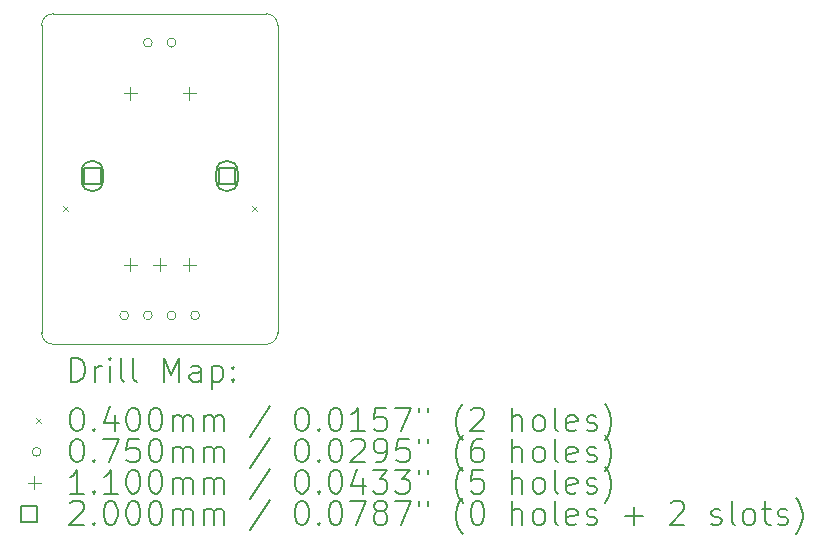
<source format=gbr>
%FSLAX45Y45*%
G04 Gerber Fmt 4.5, Leading zero omitted, Abs format (unit mm)*
G04 Created by KiCad (PCBNEW 6.0.0-rc2-1.20211220git160328a.fc35) date 2022-01-05 17:26:33*
%MOMM*%
%LPD*%
G01*
G04 APERTURE LIST*
%TA.AperFunction,Profile*%
%ADD10C,0.100000*%
%TD*%
%ADD11C,0.200000*%
%ADD12C,0.040000*%
%ADD13C,0.075000*%
%ADD14C,0.110000*%
G04 APERTURE END LIST*
D10*
X14400000Y-12800000D02*
X14400000Y-10200000D01*
X12500000Y-12900000D02*
X14300000Y-12900000D01*
X12400000Y-10200000D02*
X12400000Y-12800000D01*
X14300000Y-10100000D02*
X12500000Y-10100000D01*
X12400000Y-12800000D02*
G75*
G03*
X12500000Y-12900000I100000J0D01*
G01*
X14300000Y-12900000D02*
G75*
G03*
X14400000Y-12800000I0J100000D01*
G01*
X14400000Y-10200000D02*
G75*
G03*
X14300000Y-10100000I-100000J0D01*
G01*
X12500000Y-10100000D02*
G75*
G03*
X12400000Y-10200000I0J-100000D01*
G01*
D11*
D12*
X12580000Y-11730000D02*
X12620000Y-11770000D01*
X12620000Y-11730000D02*
X12580000Y-11770000D01*
X14180000Y-11730000D02*
X14220000Y-11770000D01*
X14220000Y-11730000D02*
X14180000Y-11770000D01*
D13*
X13137500Y-12655000D02*
G75*
G03*
X13137500Y-12655000I-37500J0D01*
G01*
X13337500Y-10345000D02*
G75*
G03*
X13337500Y-10345000I-37500J0D01*
G01*
X13337500Y-12655000D02*
G75*
G03*
X13337500Y-12655000I-37500J0D01*
G01*
X13537500Y-10345000D02*
G75*
G03*
X13537500Y-10345000I-37500J0D01*
G01*
X13537500Y-12655000D02*
G75*
G03*
X13537500Y-12655000I-37500J0D01*
G01*
X13737500Y-12655000D02*
G75*
G03*
X13737500Y-12655000I-37500J0D01*
G01*
D14*
X13150000Y-10720000D02*
X13150000Y-10830000D01*
X13095000Y-10775000D02*
X13205000Y-10775000D01*
X13150000Y-12170000D02*
X13150000Y-12280000D01*
X13095000Y-12225000D02*
X13205000Y-12225000D01*
X13400000Y-12170000D02*
X13400000Y-12280000D01*
X13345000Y-12225000D02*
X13455000Y-12225000D01*
X13650000Y-10720000D02*
X13650000Y-10830000D01*
X13595000Y-10775000D02*
X13705000Y-10775000D01*
X13650000Y-12170000D02*
X13650000Y-12280000D01*
X13595000Y-12225000D02*
X13705000Y-12225000D01*
D11*
X12900711Y-11545711D02*
X12900711Y-11404289D01*
X12759289Y-11404289D01*
X12759289Y-11545711D01*
X12900711Y-11545711D01*
X12920000Y-11515000D02*
X12920000Y-11435000D01*
X12740000Y-11515000D02*
X12740000Y-11435000D01*
X12920000Y-11435000D02*
G75*
G03*
X12740000Y-11435000I-90000J0D01*
G01*
X12740000Y-11515000D02*
G75*
G03*
X12920000Y-11515000I90000J0D01*
G01*
X14040711Y-11545711D02*
X14040711Y-11404289D01*
X13899289Y-11404289D01*
X13899289Y-11545711D01*
X14040711Y-11545711D01*
X14060000Y-11515000D02*
X14060000Y-11435000D01*
X13880000Y-11515000D02*
X13880000Y-11435000D01*
X14060000Y-11435000D02*
G75*
G03*
X13880000Y-11435000I-90000J0D01*
G01*
X13880000Y-11515000D02*
G75*
G03*
X14060000Y-11515000I90000J0D01*
G01*
X12652619Y-13215476D02*
X12652619Y-13015476D01*
X12700238Y-13015476D01*
X12728809Y-13025000D01*
X12747857Y-13044048D01*
X12757381Y-13063095D01*
X12766905Y-13101190D01*
X12766905Y-13129762D01*
X12757381Y-13167857D01*
X12747857Y-13186905D01*
X12728809Y-13205952D01*
X12700238Y-13215476D01*
X12652619Y-13215476D01*
X12852619Y-13215476D02*
X12852619Y-13082143D01*
X12852619Y-13120238D02*
X12862143Y-13101190D01*
X12871667Y-13091667D01*
X12890714Y-13082143D01*
X12909762Y-13082143D01*
X12976428Y-13215476D02*
X12976428Y-13082143D01*
X12976428Y-13015476D02*
X12966905Y-13025000D01*
X12976428Y-13034524D01*
X12985952Y-13025000D01*
X12976428Y-13015476D01*
X12976428Y-13034524D01*
X13100238Y-13215476D02*
X13081190Y-13205952D01*
X13071667Y-13186905D01*
X13071667Y-13015476D01*
X13205000Y-13215476D02*
X13185952Y-13205952D01*
X13176428Y-13186905D01*
X13176428Y-13015476D01*
X13433571Y-13215476D02*
X13433571Y-13015476D01*
X13500238Y-13158333D01*
X13566905Y-13015476D01*
X13566905Y-13215476D01*
X13747857Y-13215476D02*
X13747857Y-13110714D01*
X13738333Y-13091667D01*
X13719286Y-13082143D01*
X13681190Y-13082143D01*
X13662143Y-13091667D01*
X13747857Y-13205952D02*
X13728809Y-13215476D01*
X13681190Y-13215476D01*
X13662143Y-13205952D01*
X13652619Y-13186905D01*
X13652619Y-13167857D01*
X13662143Y-13148809D01*
X13681190Y-13139286D01*
X13728809Y-13139286D01*
X13747857Y-13129762D01*
X13843095Y-13082143D02*
X13843095Y-13282143D01*
X13843095Y-13091667D02*
X13862143Y-13082143D01*
X13900238Y-13082143D01*
X13919286Y-13091667D01*
X13928809Y-13101190D01*
X13938333Y-13120238D01*
X13938333Y-13177381D01*
X13928809Y-13196428D01*
X13919286Y-13205952D01*
X13900238Y-13215476D01*
X13862143Y-13215476D01*
X13843095Y-13205952D01*
X14024048Y-13196428D02*
X14033571Y-13205952D01*
X14024048Y-13215476D01*
X14014524Y-13205952D01*
X14024048Y-13196428D01*
X14024048Y-13215476D01*
X14024048Y-13091667D02*
X14033571Y-13101190D01*
X14024048Y-13110714D01*
X14014524Y-13101190D01*
X14024048Y-13091667D01*
X14024048Y-13110714D01*
D12*
X12355000Y-13525000D02*
X12395000Y-13565000D01*
X12395000Y-13525000D02*
X12355000Y-13565000D01*
D11*
X12690714Y-13435476D02*
X12709762Y-13435476D01*
X12728809Y-13445000D01*
X12738333Y-13454524D01*
X12747857Y-13473571D01*
X12757381Y-13511667D01*
X12757381Y-13559286D01*
X12747857Y-13597381D01*
X12738333Y-13616428D01*
X12728809Y-13625952D01*
X12709762Y-13635476D01*
X12690714Y-13635476D01*
X12671667Y-13625952D01*
X12662143Y-13616428D01*
X12652619Y-13597381D01*
X12643095Y-13559286D01*
X12643095Y-13511667D01*
X12652619Y-13473571D01*
X12662143Y-13454524D01*
X12671667Y-13445000D01*
X12690714Y-13435476D01*
X12843095Y-13616428D02*
X12852619Y-13625952D01*
X12843095Y-13635476D01*
X12833571Y-13625952D01*
X12843095Y-13616428D01*
X12843095Y-13635476D01*
X13024048Y-13502143D02*
X13024048Y-13635476D01*
X12976428Y-13425952D02*
X12928809Y-13568809D01*
X13052619Y-13568809D01*
X13166905Y-13435476D02*
X13185952Y-13435476D01*
X13205000Y-13445000D01*
X13214524Y-13454524D01*
X13224048Y-13473571D01*
X13233571Y-13511667D01*
X13233571Y-13559286D01*
X13224048Y-13597381D01*
X13214524Y-13616428D01*
X13205000Y-13625952D01*
X13185952Y-13635476D01*
X13166905Y-13635476D01*
X13147857Y-13625952D01*
X13138333Y-13616428D01*
X13128809Y-13597381D01*
X13119286Y-13559286D01*
X13119286Y-13511667D01*
X13128809Y-13473571D01*
X13138333Y-13454524D01*
X13147857Y-13445000D01*
X13166905Y-13435476D01*
X13357381Y-13435476D02*
X13376428Y-13435476D01*
X13395476Y-13445000D01*
X13405000Y-13454524D01*
X13414524Y-13473571D01*
X13424048Y-13511667D01*
X13424048Y-13559286D01*
X13414524Y-13597381D01*
X13405000Y-13616428D01*
X13395476Y-13625952D01*
X13376428Y-13635476D01*
X13357381Y-13635476D01*
X13338333Y-13625952D01*
X13328809Y-13616428D01*
X13319286Y-13597381D01*
X13309762Y-13559286D01*
X13309762Y-13511667D01*
X13319286Y-13473571D01*
X13328809Y-13454524D01*
X13338333Y-13445000D01*
X13357381Y-13435476D01*
X13509762Y-13635476D02*
X13509762Y-13502143D01*
X13509762Y-13521190D02*
X13519286Y-13511667D01*
X13538333Y-13502143D01*
X13566905Y-13502143D01*
X13585952Y-13511667D01*
X13595476Y-13530714D01*
X13595476Y-13635476D01*
X13595476Y-13530714D02*
X13605000Y-13511667D01*
X13624048Y-13502143D01*
X13652619Y-13502143D01*
X13671667Y-13511667D01*
X13681190Y-13530714D01*
X13681190Y-13635476D01*
X13776428Y-13635476D02*
X13776428Y-13502143D01*
X13776428Y-13521190D02*
X13785952Y-13511667D01*
X13805000Y-13502143D01*
X13833571Y-13502143D01*
X13852619Y-13511667D01*
X13862143Y-13530714D01*
X13862143Y-13635476D01*
X13862143Y-13530714D02*
X13871667Y-13511667D01*
X13890714Y-13502143D01*
X13919286Y-13502143D01*
X13938333Y-13511667D01*
X13947857Y-13530714D01*
X13947857Y-13635476D01*
X14338333Y-13425952D02*
X14166905Y-13683095D01*
X14595476Y-13435476D02*
X14614524Y-13435476D01*
X14633571Y-13445000D01*
X14643095Y-13454524D01*
X14652619Y-13473571D01*
X14662143Y-13511667D01*
X14662143Y-13559286D01*
X14652619Y-13597381D01*
X14643095Y-13616428D01*
X14633571Y-13625952D01*
X14614524Y-13635476D01*
X14595476Y-13635476D01*
X14576428Y-13625952D01*
X14566905Y-13616428D01*
X14557381Y-13597381D01*
X14547857Y-13559286D01*
X14547857Y-13511667D01*
X14557381Y-13473571D01*
X14566905Y-13454524D01*
X14576428Y-13445000D01*
X14595476Y-13435476D01*
X14747857Y-13616428D02*
X14757381Y-13625952D01*
X14747857Y-13635476D01*
X14738333Y-13625952D01*
X14747857Y-13616428D01*
X14747857Y-13635476D01*
X14881190Y-13435476D02*
X14900238Y-13435476D01*
X14919286Y-13445000D01*
X14928809Y-13454524D01*
X14938333Y-13473571D01*
X14947857Y-13511667D01*
X14947857Y-13559286D01*
X14938333Y-13597381D01*
X14928809Y-13616428D01*
X14919286Y-13625952D01*
X14900238Y-13635476D01*
X14881190Y-13635476D01*
X14862143Y-13625952D01*
X14852619Y-13616428D01*
X14843095Y-13597381D01*
X14833571Y-13559286D01*
X14833571Y-13511667D01*
X14843095Y-13473571D01*
X14852619Y-13454524D01*
X14862143Y-13445000D01*
X14881190Y-13435476D01*
X15138333Y-13635476D02*
X15024048Y-13635476D01*
X15081190Y-13635476D02*
X15081190Y-13435476D01*
X15062143Y-13464048D01*
X15043095Y-13483095D01*
X15024048Y-13492619D01*
X15319286Y-13435476D02*
X15224048Y-13435476D01*
X15214524Y-13530714D01*
X15224048Y-13521190D01*
X15243095Y-13511667D01*
X15290714Y-13511667D01*
X15309762Y-13521190D01*
X15319286Y-13530714D01*
X15328809Y-13549762D01*
X15328809Y-13597381D01*
X15319286Y-13616428D01*
X15309762Y-13625952D01*
X15290714Y-13635476D01*
X15243095Y-13635476D01*
X15224048Y-13625952D01*
X15214524Y-13616428D01*
X15395476Y-13435476D02*
X15528809Y-13435476D01*
X15443095Y-13635476D01*
X15595476Y-13435476D02*
X15595476Y-13473571D01*
X15671667Y-13435476D02*
X15671667Y-13473571D01*
X15966905Y-13711667D02*
X15957381Y-13702143D01*
X15938333Y-13673571D01*
X15928809Y-13654524D01*
X15919286Y-13625952D01*
X15909762Y-13578333D01*
X15909762Y-13540238D01*
X15919286Y-13492619D01*
X15928809Y-13464048D01*
X15938333Y-13445000D01*
X15957381Y-13416428D01*
X15966905Y-13406905D01*
X16033571Y-13454524D02*
X16043095Y-13445000D01*
X16062143Y-13435476D01*
X16109762Y-13435476D01*
X16128809Y-13445000D01*
X16138333Y-13454524D01*
X16147857Y-13473571D01*
X16147857Y-13492619D01*
X16138333Y-13521190D01*
X16024048Y-13635476D01*
X16147857Y-13635476D01*
X16385952Y-13635476D02*
X16385952Y-13435476D01*
X16471667Y-13635476D02*
X16471667Y-13530714D01*
X16462143Y-13511667D01*
X16443095Y-13502143D01*
X16414524Y-13502143D01*
X16395476Y-13511667D01*
X16385952Y-13521190D01*
X16595476Y-13635476D02*
X16576428Y-13625952D01*
X16566905Y-13616428D01*
X16557381Y-13597381D01*
X16557381Y-13540238D01*
X16566905Y-13521190D01*
X16576428Y-13511667D01*
X16595476Y-13502143D01*
X16624048Y-13502143D01*
X16643095Y-13511667D01*
X16652619Y-13521190D01*
X16662143Y-13540238D01*
X16662143Y-13597381D01*
X16652619Y-13616428D01*
X16643095Y-13625952D01*
X16624048Y-13635476D01*
X16595476Y-13635476D01*
X16776428Y-13635476D02*
X16757381Y-13625952D01*
X16747857Y-13606905D01*
X16747857Y-13435476D01*
X16928810Y-13625952D02*
X16909762Y-13635476D01*
X16871667Y-13635476D01*
X16852619Y-13625952D01*
X16843095Y-13606905D01*
X16843095Y-13530714D01*
X16852619Y-13511667D01*
X16871667Y-13502143D01*
X16909762Y-13502143D01*
X16928810Y-13511667D01*
X16938333Y-13530714D01*
X16938333Y-13549762D01*
X16843095Y-13568809D01*
X17014524Y-13625952D02*
X17033571Y-13635476D01*
X17071667Y-13635476D01*
X17090714Y-13625952D01*
X17100238Y-13606905D01*
X17100238Y-13597381D01*
X17090714Y-13578333D01*
X17071667Y-13568809D01*
X17043095Y-13568809D01*
X17024048Y-13559286D01*
X17014524Y-13540238D01*
X17014524Y-13530714D01*
X17024048Y-13511667D01*
X17043095Y-13502143D01*
X17071667Y-13502143D01*
X17090714Y-13511667D01*
X17166905Y-13711667D02*
X17176429Y-13702143D01*
X17195476Y-13673571D01*
X17205000Y-13654524D01*
X17214524Y-13625952D01*
X17224048Y-13578333D01*
X17224048Y-13540238D01*
X17214524Y-13492619D01*
X17205000Y-13464048D01*
X17195476Y-13445000D01*
X17176429Y-13416428D01*
X17166905Y-13406905D01*
D13*
X12395000Y-13809000D02*
G75*
G03*
X12395000Y-13809000I-37500J0D01*
G01*
D11*
X12690714Y-13699476D02*
X12709762Y-13699476D01*
X12728809Y-13709000D01*
X12738333Y-13718524D01*
X12747857Y-13737571D01*
X12757381Y-13775667D01*
X12757381Y-13823286D01*
X12747857Y-13861381D01*
X12738333Y-13880428D01*
X12728809Y-13889952D01*
X12709762Y-13899476D01*
X12690714Y-13899476D01*
X12671667Y-13889952D01*
X12662143Y-13880428D01*
X12652619Y-13861381D01*
X12643095Y-13823286D01*
X12643095Y-13775667D01*
X12652619Y-13737571D01*
X12662143Y-13718524D01*
X12671667Y-13709000D01*
X12690714Y-13699476D01*
X12843095Y-13880428D02*
X12852619Y-13889952D01*
X12843095Y-13899476D01*
X12833571Y-13889952D01*
X12843095Y-13880428D01*
X12843095Y-13899476D01*
X12919286Y-13699476D02*
X13052619Y-13699476D01*
X12966905Y-13899476D01*
X13224048Y-13699476D02*
X13128809Y-13699476D01*
X13119286Y-13794714D01*
X13128809Y-13785190D01*
X13147857Y-13775667D01*
X13195476Y-13775667D01*
X13214524Y-13785190D01*
X13224048Y-13794714D01*
X13233571Y-13813762D01*
X13233571Y-13861381D01*
X13224048Y-13880428D01*
X13214524Y-13889952D01*
X13195476Y-13899476D01*
X13147857Y-13899476D01*
X13128809Y-13889952D01*
X13119286Y-13880428D01*
X13357381Y-13699476D02*
X13376428Y-13699476D01*
X13395476Y-13709000D01*
X13405000Y-13718524D01*
X13414524Y-13737571D01*
X13424048Y-13775667D01*
X13424048Y-13823286D01*
X13414524Y-13861381D01*
X13405000Y-13880428D01*
X13395476Y-13889952D01*
X13376428Y-13899476D01*
X13357381Y-13899476D01*
X13338333Y-13889952D01*
X13328809Y-13880428D01*
X13319286Y-13861381D01*
X13309762Y-13823286D01*
X13309762Y-13775667D01*
X13319286Y-13737571D01*
X13328809Y-13718524D01*
X13338333Y-13709000D01*
X13357381Y-13699476D01*
X13509762Y-13899476D02*
X13509762Y-13766143D01*
X13509762Y-13785190D02*
X13519286Y-13775667D01*
X13538333Y-13766143D01*
X13566905Y-13766143D01*
X13585952Y-13775667D01*
X13595476Y-13794714D01*
X13595476Y-13899476D01*
X13595476Y-13794714D02*
X13605000Y-13775667D01*
X13624048Y-13766143D01*
X13652619Y-13766143D01*
X13671667Y-13775667D01*
X13681190Y-13794714D01*
X13681190Y-13899476D01*
X13776428Y-13899476D02*
X13776428Y-13766143D01*
X13776428Y-13785190D02*
X13785952Y-13775667D01*
X13805000Y-13766143D01*
X13833571Y-13766143D01*
X13852619Y-13775667D01*
X13862143Y-13794714D01*
X13862143Y-13899476D01*
X13862143Y-13794714D02*
X13871667Y-13775667D01*
X13890714Y-13766143D01*
X13919286Y-13766143D01*
X13938333Y-13775667D01*
X13947857Y-13794714D01*
X13947857Y-13899476D01*
X14338333Y-13689952D02*
X14166905Y-13947095D01*
X14595476Y-13699476D02*
X14614524Y-13699476D01*
X14633571Y-13709000D01*
X14643095Y-13718524D01*
X14652619Y-13737571D01*
X14662143Y-13775667D01*
X14662143Y-13823286D01*
X14652619Y-13861381D01*
X14643095Y-13880428D01*
X14633571Y-13889952D01*
X14614524Y-13899476D01*
X14595476Y-13899476D01*
X14576428Y-13889952D01*
X14566905Y-13880428D01*
X14557381Y-13861381D01*
X14547857Y-13823286D01*
X14547857Y-13775667D01*
X14557381Y-13737571D01*
X14566905Y-13718524D01*
X14576428Y-13709000D01*
X14595476Y-13699476D01*
X14747857Y-13880428D02*
X14757381Y-13889952D01*
X14747857Y-13899476D01*
X14738333Y-13889952D01*
X14747857Y-13880428D01*
X14747857Y-13899476D01*
X14881190Y-13699476D02*
X14900238Y-13699476D01*
X14919286Y-13709000D01*
X14928809Y-13718524D01*
X14938333Y-13737571D01*
X14947857Y-13775667D01*
X14947857Y-13823286D01*
X14938333Y-13861381D01*
X14928809Y-13880428D01*
X14919286Y-13889952D01*
X14900238Y-13899476D01*
X14881190Y-13899476D01*
X14862143Y-13889952D01*
X14852619Y-13880428D01*
X14843095Y-13861381D01*
X14833571Y-13823286D01*
X14833571Y-13775667D01*
X14843095Y-13737571D01*
X14852619Y-13718524D01*
X14862143Y-13709000D01*
X14881190Y-13699476D01*
X15024048Y-13718524D02*
X15033571Y-13709000D01*
X15052619Y-13699476D01*
X15100238Y-13699476D01*
X15119286Y-13709000D01*
X15128809Y-13718524D01*
X15138333Y-13737571D01*
X15138333Y-13756619D01*
X15128809Y-13785190D01*
X15014524Y-13899476D01*
X15138333Y-13899476D01*
X15233571Y-13899476D02*
X15271667Y-13899476D01*
X15290714Y-13889952D01*
X15300238Y-13880428D01*
X15319286Y-13851857D01*
X15328809Y-13813762D01*
X15328809Y-13737571D01*
X15319286Y-13718524D01*
X15309762Y-13709000D01*
X15290714Y-13699476D01*
X15252619Y-13699476D01*
X15233571Y-13709000D01*
X15224048Y-13718524D01*
X15214524Y-13737571D01*
X15214524Y-13785190D01*
X15224048Y-13804238D01*
X15233571Y-13813762D01*
X15252619Y-13823286D01*
X15290714Y-13823286D01*
X15309762Y-13813762D01*
X15319286Y-13804238D01*
X15328809Y-13785190D01*
X15509762Y-13699476D02*
X15414524Y-13699476D01*
X15405000Y-13794714D01*
X15414524Y-13785190D01*
X15433571Y-13775667D01*
X15481190Y-13775667D01*
X15500238Y-13785190D01*
X15509762Y-13794714D01*
X15519286Y-13813762D01*
X15519286Y-13861381D01*
X15509762Y-13880428D01*
X15500238Y-13889952D01*
X15481190Y-13899476D01*
X15433571Y-13899476D01*
X15414524Y-13889952D01*
X15405000Y-13880428D01*
X15595476Y-13699476D02*
X15595476Y-13737571D01*
X15671667Y-13699476D02*
X15671667Y-13737571D01*
X15966905Y-13975667D02*
X15957381Y-13966143D01*
X15938333Y-13937571D01*
X15928809Y-13918524D01*
X15919286Y-13889952D01*
X15909762Y-13842333D01*
X15909762Y-13804238D01*
X15919286Y-13756619D01*
X15928809Y-13728048D01*
X15938333Y-13709000D01*
X15957381Y-13680428D01*
X15966905Y-13670905D01*
X16128809Y-13699476D02*
X16090714Y-13699476D01*
X16071667Y-13709000D01*
X16062143Y-13718524D01*
X16043095Y-13747095D01*
X16033571Y-13785190D01*
X16033571Y-13861381D01*
X16043095Y-13880428D01*
X16052619Y-13889952D01*
X16071667Y-13899476D01*
X16109762Y-13899476D01*
X16128809Y-13889952D01*
X16138333Y-13880428D01*
X16147857Y-13861381D01*
X16147857Y-13813762D01*
X16138333Y-13794714D01*
X16128809Y-13785190D01*
X16109762Y-13775667D01*
X16071667Y-13775667D01*
X16052619Y-13785190D01*
X16043095Y-13794714D01*
X16033571Y-13813762D01*
X16385952Y-13899476D02*
X16385952Y-13699476D01*
X16471667Y-13899476D02*
X16471667Y-13794714D01*
X16462143Y-13775667D01*
X16443095Y-13766143D01*
X16414524Y-13766143D01*
X16395476Y-13775667D01*
X16385952Y-13785190D01*
X16595476Y-13899476D02*
X16576428Y-13889952D01*
X16566905Y-13880428D01*
X16557381Y-13861381D01*
X16557381Y-13804238D01*
X16566905Y-13785190D01*
X16576428Y-13775667D01*
X16595476Y-13766143D01*
X16624048Y-13766143D01*
X16643095Y-13775667D01*
X16652619Y-13785190D01*
X16662143Y-13804238D01*
X16662143Y-13861381D01*
X16652619Y-13880428D01*
X16643095Y-13889952D01*
X16624048Y-13899476D01*
X16595476Y-13899476D01*
X16776428Y-13899476D02*
X16757381Y-13889952D01*
X16747857Y-13870905D01*
X16747857Y-13699476D01*
X16928810Y-13889952D02*
X16909762Y-13899476D01*
X16871667Y-13899476D01*
X16852619Y-13889952D01*
X16843095Y-13870905D01*
X16843095Y-13794714D01*
X16852619Y-13775667D01*
X16871667Y-13766143D01*
X16909762Y-13766143D01*
X16928810Y-13775667D01*
X16938333Y-13794714D01*
X16938333Y-13813762D01*
X16843095Y-13832809D01*
X17014524Y-13889952D02*
X17033571Y-13899476D01*
X17071667Y-13899476D01*
X17090714Y-13889952D01*
X17100238Y-13870905D01*
X17100238Y-13861381D01*
X17090714Y-13842333D01*
X17071667Y-13832809D01*
X17043095Y-13832809D01*
X17024048Y-13823286D01*
X17014524Y-13804238D01*
X17014524Y-13794714D01*
X17024048Y-13775667D01*
X17043095Y-13766143D01*
X17071667Y-13766143D01*
X17090714Y-13775667D01*
X17166905Y-13975667D02*
X17176429Y-13966143D01*
X17195476Y-13937571D01*
X17205000Y-13918524D01*
X17214524Y-13889952D01*
X17224048Y-13842333D01*
X17224048Y-13804238D01*
X17214524Y-13756619D01*
X17205000Y-13728048D01*
X17195476Y-13709000D01*
X17176429Y-13680428D01*
X17166905Y-13670905D01*
D14*
X12340000Y-14018000D02*
X12340000Y-14128000D01*
X12285000Y-14073000D02*
X12395000Y-14073000D01*
D11*
X12757381Y-14163476D02*
X12643095Y-14163476D01*
X12700238Y-14163476D02*
X12700238Y-13963476D01*
X12681190Y-13992048D01*
X12662143Y-14011095D01*
X12643095Y-14020619D01*
X12843095Y-14144428D02*
X12852619Y-14153952D01*
X12843095Y-14163476D01*
X12833571Y-14153952D01*
X12843095Y-14144428D01*
X12843095Y-14163476D01*
X13043095Y-14163476D02*
X12928809Y-14163476D01*
X12985952Y-14163476D02*
X12985952Y-13963476D01*
X12966905Y-13992048D01*
X12947857Y-14011095D01*
X12928809Y-14020619D01*
X13166905Y-13963476D02*
X13185952Y-13963476D01*
X13205000Y-13973000D01*
X13214524Y-13982524D01*
X13224048Y-14001571D01*
X13233571Y-14039667D01*
X13233571Y-14087286D01*
X13224048Y-14125381D01*
X13214524Y-14144428D01*
X13205000Y-14153952D01*
X13185952Y-14163476D01*
X13166905Y-14163476D01*
X13147857Y-14153952D01*
X13138333Y-14144428D01*
X13128809Y-14125381D01*
X13119286Y-14087286D01*
X13119286Y-14039667D01*
X13128809Y-14001571D01*
X13138333Y-13982524D01*
X13147857Y-13973000D01*
X13166905Y-13963476D01*
X13357381Y-13963476D02*
X13376428Y-13963476D01*
X13395476Y-13973000D01*
X13405000Y-13982524D01*
X13414524Y-14001571D01*
X13424048Y-14039667D01*
X13424048Y-14087286D01*
X13414524Y-14125381D01*
X13405000Y-14144428D01*
X13395476Y-14153952D01*
X13376428Y-14163476D01*
X13357381Y-14163476D01*
X13338333Y-14153952D01*
X13328809Y-14144428D01*
X13319286Y-14125381D01*
X13309762Y-14087286D01*
X13309762Y-14039667D01*
X13319286Y-14001571D01*
X13328809Y-13982524D01*
X13338333Y-13973000D01*
X13357381Y-13963476D01*
X13509762Y-14163476D02*
X13509762Y-14030143D01*
X13509762Y-14049190D02*
X13519286Y-14039667D01*
X13538333Y-14030143D01*
X13566905Y-14030143D01*
X13585952Y-14039667D01*
X13595476Y-14058714D01*
X13595476Y-14163476D01*
X13595476Y-14058714D02*
X13605000Y-14039667D01*
X13624048Y-14030143D01*
X13652619Y-14030143D01*
X13671667Y-14039667D01*
X13681190Y-14058714D01*
X13681190Y-14163476D01*
X13776428Y-14163476D02*
X13776428Y-14030143D01*
X13776428Y-14049190D02*
X13785952Y-14039667D01*
X13805000Y-14030143D01*
X13833571Y-14030143D01*
X13852619Y-14039667D01*
X13862143Y-14058714D01*
X13862143Y-14163476D01*
X13862143Y-14058714D02*
X13871667Y-14039667D01*
X13890714Y-14030143D01*
X13919286Y-14030143D01*
X13938333Y-14039667D01*
X13947857Y-14058714D01*
X13947857Y-14163476D01*
X14338333Y-13953952D02*
X14166905Y-14211095D01*
X14595476Y-13963476D02*
X14614524Y-13963476D01*
X14633571Y-13973000D01*
X14643095Y-13982524D01*
X14652619Y-14001571D01*
X14662143Y-14039667D01*
X14662143Y-14087286D01*
X14652619Y-14125381D01*
X14643095Y-14144428D01*
X14633571Y-14153952D01*
X14614524Y-14163476D01*
X14595476Y-14163476D01*
X14576428Y-14153952D01*
X14566905Y-14144428D01*
X14557381Y-14125381D01*
X14547857Y-14087286D01*
X14547857Y-14039667D01*
X14557381Y-14001571D01*
X14566905Y-13982524D01*
X14576428Y-13973000D01*
X14595476Y-13963476D01*
X14747857Y-14144428D02*
X14757381Y-14153952D01*
X14747857Y-14163476D01*
X14738333Y-14153952D01*
X14747857Y-14144428D01*
X14747857Y-14163476D01*
X14881190Y-13963476D02*
X14900238Y-13963476D01*
X14919286Y-13973000D01*
X14928809Y-13982524D01*
X14938333Y-14001571D01*
X14947857Y-14039667D01*
X14947857Y-14087286D01*
X14938333Y-14125381D01*
X14928809Y-14144428D01*
X14919286Y-14153952D01*
X14900238Y-14163476D01*
X14881190Y-14163476D01*
X14862143Y-14153952D01*
X14852619Y-14144428D01*
X14843095Y-14125381D01*
X14833571Y-14087286D01*
X14833571Y-14039667D01*
X14843095Y-14001571D01*
X14852619Y-13982524D01*
X14862143Y-13973000D01*
X14881190Y-13963476D01*
X15119286Y-14030143D02*
X15119286Y-14163476D01*
X15071667Y-13953952D02*
X15024048Y-14096809D01*
X15147857Y-14096809D01*
X15205000Y-13963476D02*
X15328809Y-13963476D01*
X15262143Y-14039667D01*
X15290714Y-14039667D01*
X15309762Y-14049190D01*
X15319286Y-14058714D01*
X15328809Y-14077762D01*
X15328809Y-14125381D01*
X15319286Y-14144428D01*
X15309762Y-14153952D01*
X15290714Y-14163476D01*
X15233571Y-14163476D01*
X15214524Y-14153952D01*
X15205000Y-14144428D01*
X15395476Y-13963476D02*
X15519286Y-13963476D01*
X15452619Y-14039667D01*
X15481190Y-14039667D01*
X15500238Y-14049190D01*
X15509762Y-14058714D01*
X15519286Y-14077762D01*
X15519286Y-14125381D01*
X15509762Y-14144428D01*
X15500238Y-14153952D01*
X15481190Y-14163476D01*
X15424048Y-14163476D01*
X15405000Y-14153952D01*
X15395476Y-14144428D01*
X15595476Y-13963476D02*
X15595476Y-14001571D01*
X15671667Y-13963476D02*
X15671667Y-14001571D01*
X15966905Y-14239667D02*
X15957381Y-14230143D01*
X15938333Y-14201571D01*
X15928809Y-14182524D01*
X15919286Y-14153952D01*
X15909762Y-14106333D01*
X15909762Y-14068238D01*
X15919286Y-14020619D01*
X15928809Y-13992048D01*
X15938333Y-13973000D01*
X15957381Y-13944428D01*
X15966905Y-13934905D01*
X16138333Y-13963476D02*
X16043095Y-13963476D01*
X16033571Y-14058714D01*
X16043095Y-14049190D01*
X16062143Y-14039667D01*
X16109762Y-14039667D01*
X16128809Y-14049190D01*
X16138333Y-14058714D01*
X16147857Y-14077762D01*
X16147857Y-14125381D01*
X16138333Y-14144428D01*
X16128809Y-14153952D01*
X16109762Y-14163476D01*
X16062143Y-14163476D01*
X16043095Y-14153952D01*
X16033571Y-14144428D01*
X16385952Y-14163476D02*
X16385952Y-13963476D01*
X16471667Y-14163476D02*
X16471667Y-14058714D01*
X16462143Y-14039667D01*
X16443095Y-14030143D01*
X16414524Y-14030143D01*
X16395476Y-14039667D01*
X16385952Y-14049190D01*
X16595476Y-14163476D02*
X16576428Y-14153952D01*
X16566905Y-14144428D01*
X16557381Y-14125381D01*
X16557381Y-14068238D01*
X16566905Y-14049190D01*
X16576428Y-14039667D01*
X16595476Y-14030143D01*
X16624048Y-14030143D01*
X16643095Y-14039667D01*
X16652619Y-14049190D01*
X16662143Y-14068238D01*
X16662143Y-14125381D01*
X16652619Y-14144428D01*
X16643095Y-14153952D01*
X16624048Y-14163476D01*
X16595476Y-14163476D01*
X16776428Y-14163476D02*
X16757381Y-14153952D01*
X16747857Y-14134905D01*
X16747857Y-13963476D01*
X16928810Y-14153952D02*
X16909762Y-14163476D01*
X16871667Y-14163476D01*
X16852619Y-14153952D01*
X16843095Y-14134905D01*
X16843095Y-14058714D01*
X16852619Y-14039667D01*
X16871667Y-14030143D01*
X16909762Y-14030143D01*
X16928810Y-14039667D01*
X16938333Y-14058714D01*
X16938333Y-14077762D01*
X16843095Y-14096809D01*
X17014524Y-14153952D02*
X17033571Y-14163476D01*
X17071667Y-14163476D01*
X17090714Y-14153952D01*
X17100238Y-14134905D01*
X17100238Y-14125381D01*
X17090714Y-14106333D01*
X17071667Y-14096809D01*
X17043095Y-14096809D01*
X17024048Y-14087286D01*
X17014524Y-14068238D01*
X17014524Y-14058714D01*
X17024048Y-14039667D01*
X17043095Y-14030143D01*
X17071667Y-14030143D01*
X17090714Y-14039667D01*
X17166905Y-14239667D02*
X17176429Y-14230143D01*
X17195476Y-14201571D01*
X17205000Y-14182524D01*
X17214524Y-14153952D01*
X17224048Y-14106333D01*
X17224048Y-14068238D01*
X17214524Y-14020619D01*
X17205000Y-13992048D01*
X17195476Y-13973000D01*
X17176429Y-13944428D01*
X17166905Y-13934905D01*
X12365711Y-14407711D02*
X12365711Y-14266289D01*
X12224289Y-14266289D01*
X12224289Y-14407711D01*
X12365711Y-14407711D01*
X12643095Y-14246524D02*
X12652619Y-14237000D01*
X12671667Y-14227476D01*
X12719286Y-14227476D01*
X12738333Y-14237000D01*
X12747857Y-14246524D01*
X12757381Y-14265571D01*
X12757381Y-14284619D01*
X12747857Y-14313190D01*
X12633571Y-14427476D01*
X12757381Y-14427476D01*
X12843095Y-14408428D02*
X12852619Y-14417952D01*
X12843095Y-14427476D01*
X12833571Y-14417952D01*
X12843095Y-14408428D01*
X12843095Y-14427476D01*
X12976428Y-14227476D02*
X12995476Y-14227476D01*
X13014524Y-14237000D01*
X13024048Y-14246524D01*
X13033571Y-14265571D01*
X13043095Y-14303667D01*
X13043095Y-14351286D01*
X13033571Y-14389381D01*
X13024048Y-14408428D01*
X13014524Y-14417952D01*
X12995476Y-14427476D01*
X12976428Y-14427476D01*
X12957381Y-14417952D01*
X12947857Y-14408428D01*
X12938333Y-14389381D01*
X12928809Y-14351286D01*
X12928809Y-14303667D01*
X12938333Y-14265571D01*
X12947857Y-14246524D01*
X12957381Y-14237000D01*
X12976428Y-14227476D01*
X13166905Y-14227476D02*
X13185952Y-14227476D01*
X13205000Y-14237000D01*
X13214524Y-14246524D01*
X13224048Y-14265571D01*
X13233571Y-14303667D01*
X13233571Y-14351286D01*
X13224048Y-14389381D01*
X13214524Y-14408428D01*
X13205000Y-14417952D01*
X13185952Y-14427476D01*
X13166905Y-14427476D01*
X13147857Y-14417952D01*
X13138333Y-14408428D01*
X13128809Y-14389381D01*
X13119286Y-14351286D01*
X13119286Y-14303667D01*
X13128809Y-14265571D01*
X13138333Y-14246524D01*
X13147857Y-14237000D01*
X13166905Y-14227476D01*
X13357381Y-14227476D02*
X13376428Y-14227476D01*
X13395476Y-14237000D01*
X13405000Y-14246524D01*
X13414524Y-14265571D01*
X13424048Y-14303667D01*
X13424048Y-14351286D01*
X13414524Y-14389381D01*
X13405000Y-14408428D01*
X13395476Y-14417952D01*
X13376428Y-14427476D01*
X13357381Y-14427476D01*
X13338333Y-14417952D01*
X13328809Y-14408428D01*
X13319286Y-14389381D01*
X13309762Y-14351286D01*
X13309762Y-14303667D01*
X13319286Y-14265571D01*
X13328809Y-14246524D01*
X13338333Y-14237000D01*
X13357381Y-14227476D01*
X13509762Y-14427476D02*
X13509762Y-14294143D01*
X13509762Y-14313190D02*
X13519286Y-14303667D01*
X13538333Y-14294143D01*
X13566905Y-14294143D01*
X13585952Y-14303667D01*
X13595476Y-14322714D01*
X13595476Y-14427476D01*
X13595476Y-14322714D02*
X13605000Y-14303667D01*
X13624048Y-14294143D01*
X13652619Y-14294143D01*
X13671667Y-14303667D01*
X13681190Y-14322714D01*
X13681190Y-14427476D01*
X13776428Y-14427476D02*
X13776428Y-14294143D01*
X13776428Y-14313190D02*
X13785952Y-14303667D01*
X13805000Y-14294143D01*
X13833571Y-14294143D01*
X13852619Y-14303667D01*
X13862143Y-14322714D01*
X13862143Y-14427476D01*
X13862143Y-14322714D02*
X13871667Y-14303667D01*
X13890714Y-14294143D01*
X13919286Y-14294143D01*
X13938333Y-14303667D01*
X13947857Y-14322714D01*
X13947857Y-14427476D01*
X14338333Y-14217952D02*
X14166905Y-14475095D01*
X14595476Y-14227476D02*
X14614524Y-14227476D01*
X14633571Y-14237000D01*
X14643095Y-14246524D01*
X14652619Y-14265571D01*
X14662143Y-14303667D01*
X14662143Y-14351286D01*
X14652619Y-14389381D01*
X14643095Y-14408428D01*
X14633571Y-14417952D01*
X14614524Y-14427476D01*
X14595476Y-14427476D01*
X14576428Y-14417952D01*
X14566905Y-14408428D01*
X14557381Y-14389381D01*
X14547857Y-14351286D01*
X14547857Y-14303667D01*
X14557381Y-14265571D01*
X14566905Y-14246524D01*
X14576428Y-14237000D01*
X14595476Y-14227476D01*
X14747857Y-14408428D02*
X14757381Y-14417952D01*
X14747857Y-14427476D01*
X14738333Y-14417952D01*
X14747857Y-14408428D01*
X14747857Y-14427476D01*
X14881190Y-14227476D02*
X14900238Y-14227476D01*
X14919286Y-14237000D01*
X14928809Y-14246524D01*
X14938333Y-14265571D01*
X14947857Y-14303667D01*
X14947857Y-14351286D01*
X14938333Y-14389381D01*
X14928809Y-14408428D01*
X14919286Y-14417952D01*
X14900238Y-14427476D01*
X14881190Y-14427476D01*
X14862143Y-14417952D01*
X14852619Y-14408428D01*
X14843095Y-14389381D01*
X14833571Y-14351286D01*
X14833571Y-14303667D01*
X14843095Y-14265571D01*
X14852619Y-14246524D01*
X14862143Y-14237000D01*
X14881190Y-14227476D01*
X15014524Y-14227476D02*
X15147857Y-14227476D01*
X15062143Y-14427476D01*
X15252619Y-14313190D02*
X15233571Y-14303667D01*
X15224048Y-14294143D01*
X15214524Y-14275095D01*
X15214524Y-14265571D01*
X15224048Y-14246524D01*
X15233571Y-14237000D01*
X15252619Y-14227476D01*
X15290714Y-14227476D01*
X15309762Y-14237000D01*
X15319286Y-14246524D01*
X15328809Y-14265571D01*
X15328809Y-14275095D01*
X15319286Y-14294143D01*
X15309762Y-14303667D01*
X15290714Y-14313190D01*
X15252619Y-14313190D01*
X15233571Y-14322714D01*
X15224048Y-14332238D01*
X15214524Y-14351286D01*
X15214524Y-14389381D01*
X15224048Y-14408428D01*
X15233571Y-14417952D01*
X15252619Y-14427476D01*
X15290714Y-14427476D01*
X15309762Y-14417952D01*
X15319286Y-14408428D01*
X15328809Y-14389381D01*
X15328809Y-14351286D01*
X15319286Y-14332238D01*
X15309762Y-14322714D01*
X15290714Y-14313190D01*
X15395476Y-14227476D02*
X15528809Y-14227476D01*
X15443095Y-14427476D01*
X15595476Y-14227476D02*
X15595476Y-14265571D01*
X15671667Y-14227476D02*
X15671667Y-14265571D01*
X15966905Y-14503667D02*
X15957381Y-14494143D01*
X15938333Y-14465571D01*
X15928809Y-14446524D01*
X15919286Y-14417952D01*
X15909762Y-14370333D01*
X15909762Y-14332238D01*
X15919286Y-14284619D01*
X15928809Y-14256048D01*
X15938333Y-14237000D01*
X15957381Y-14208428D01*
X15966905Y-14198905D01*
X16081190Y-14227476D02*
X16100238Y-14227476D01*
X16119286Y-14237000D01*
X16128809Y-14246524D01*
X16138333Y-14265571D01*
X16147857Y-14303667D01*
X16147857Y-14351286D01*
X16138333Y-14389381D01*
X16128809Y-14408428D01*
X16119286Y-14417952D01*
X16100238Y-14427476D01*
X16081190Y-14427476D01*
X16062143Y-14417952D01*
X16052619Y-14408428D01*
X16043095Y-14389381D01*
X16033571Y-14351286D01*
X16033571Y-14303667D01*
X16043095Y-14265571D01*
X16052619Y-14246524D01*
X16062143Y-14237000D01*
X16081190Y-14227476D01*
X16385952Y-14427476D02*
X16385952Y-14227476D01*
X16471667Y-14427476D02*
X16471667Y-14322714D01*
X16462143Y-14303667D01*
X16443095Y-14294143D01*
X16414524Y-14294143D01*
X16395476Y-14303667D01*
X16385952Y-14313190D01*
X16595476Y-14427476D02*
X16576428Y-14417952D01*
X16566905Y-14408428D01*
X16557381Y-14389381D01*
X16557381Y-14332238D01*
X16566905Y-14313190D01*
X16576428Y-14303667D01*
X16595476Y-14294143D01*
X16624048Y-14294143D01*
X16643095Y-14303667D01*
X16652619Y-14313190D01*
X16662143Y-14332238D01*
X16662143Y-14389381D01*
X16652619Y-14408428D01*
X16643095Y-14417952D01*
X16624048Y-14427476D01*
X16595476Y-14427476D01*
X16776428Y-14427476D02*
X16757381Y-14417952D01*
X16747857Y-14398905D01*
X16747857Y-14227476D01*
X16928810Y-14417952D02*
X16909762Y-14427476D01*
X16871667Y-14427476D01*
X16852619Y-14417952D01*
X16843095Y-14398905D01*
X16843095Y-14322714D01*
X16852619Y-14303667D01*
X16871667Y-14294143D01*
X16909762Y-14294143D01*
X16928810Y-14303667D01*
X16938333Y-14322714D01*
X16938333Y-14341762D01*
X16843095Y-14360809D01*
X17014524Y-14417952D02*
X17033571Y-14427476D01*
X17071667Y-14427476D01*
X17090714Y-14417952D01*
X17100238Y-14398905D01*
X17100238Y-14389381D01*
X17090714Y-14370333D01*
X17071667Y-14360809D01*
X17043095Y-14360809D01*
X17024048Y-14351286D01*
X17014524Y-14332238D01*
X17014524Y-14322714D01*
X17024048Y-14303667D01*
X17043095Y-14294143D01*
X17071667Y-14294143D01*
X17090714Y-14303667D01*
X17338333Y-14351286D02*
X17490714Y-14351286D01*
X17414524Y-14427476D02*
X17414524Y-14275095D01*
X17728810Y-14246524D02*
X17738333Y-14237000D01*
X17757381Y-14227476D01*
X17805000Y-14227476D01*
X17824048Y-14237000D01*
X17833571Y-14246524D01*
X17843095Y-14265571D01*
X17843095Y-14284619D01*
X17833571Y-14313190D01*
X17719286Y-14427476D01*
X17843095Y-14427476D01*
X18071667Y-14417952D02*
X18090714Y-14427476D01*
X18128810Y-14427476D01*
X18147857Y-14417952D01*
X18157381Y-14398905D01*
X18157381Y-14389381D01*
X18147857Y-14370333D01*
X18128810Y-14360809D01*
X18100238Y-14360809D01*
X18081190Y-14351286D01*
X18071667Y-14332238D01*
X18071667Y-14322714D01*
X18081190Y-14303667D01*
X18100238Y-14294143D01*
X18128810Y-14294143D01*
X18147857Y-14303667D01*
X18271667Y-14427476D02*
X18252619Y-14417952D01*
X18243095Y-14398905D01*
X18243095Y-14227476D01*
X18376429Y-14427476D02*
X18357381Y-14417952D01*
X18347857Y-14408428D01*
X18338333Y-14389381D01*
X18338333Y-14332238D01*
X18347857Y-14313190D01*
X18357381Y-14303667D01*
X18376429Y-14294143D01*
X18405000Y-14294143D01*
X18424048Y-14303667D01*
X18433571Y-14313190D01*
X18443095Y-14332238D01*
X18443095Y-14389381D01*
X18433571Y-14408428D01*
X18424048Y-14417952D01*
X18405000Y-14427476D01*
X18376429Y-14427476D01*
X18500238Y-14294143D02*
X18576429Y-14294143D01*
X18528810Y-14227476D02*
X18528810Y-14398905D01*
X18538333Y-14417952D01*
X18557381Y-14427476D01*
X18576429Y-14427476D01*
X18633571Y-14417952D02*
X18652619Y-14427476D01*
X18690714Y-14427476D01*
X18709762Y-14417952D01*
X18719286Y-14398905D01*
X18719286Y-14389381D01*
X18709762Y-14370333D01*
X18690714Y-14360809D01*
X18662143Y-14360809D01*
X18643095Y-14351286D01*
X18633571Y-14332238D01*
X18633571Y-14322714D01*
X18643095Y-14303667D01*
X18662143Y-14294143D01*
X18690714Y-14294143D01*
X18709762Y-14303667D01*
X18785952Y-14503667D02*
X18795476Y-14494143D01*
X18814524Y-14465571D01*
X18824048Y-14446524D01*
X18833571Y-14417952D01*
X18843095Y-14370333D01*
X18843095Y-14332238D01*
X18833571Y-14284619D01*
X18824048Y-14256048D01*
X18814524Y-14237000D01*
X18795476Y-14208428D01*
X18785952Y-14198905D01*
M02*

</source>
